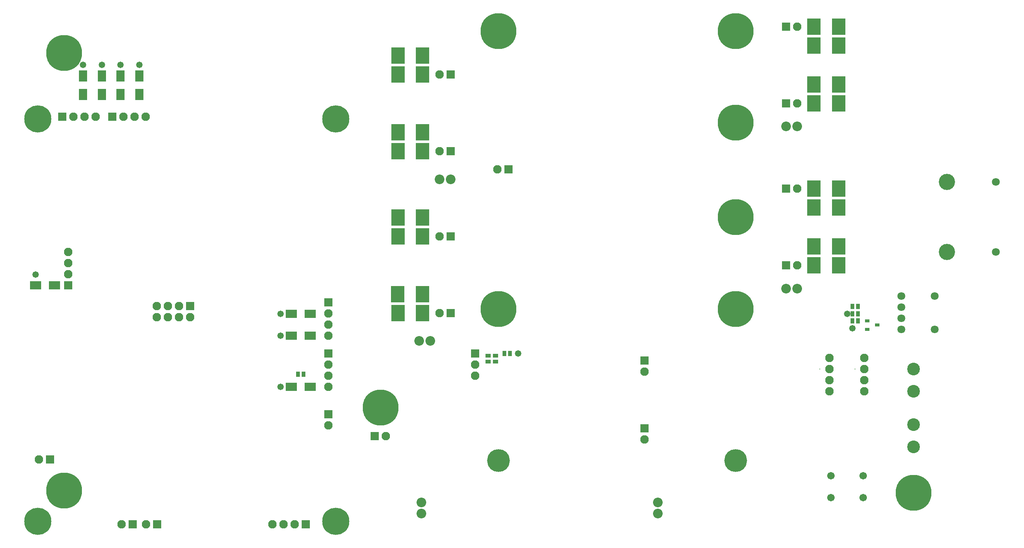
<source format=gts>
G04*
G04 #@! TF.GenerationSoftware,Altium Limited,Altium Designer,22.8.2 (66)*
G04*
G04 Layer_Color=8388736*
%FSLAX44Y44*%
%MOMM*%
G71*
G04*
G04 #@! TF.SameCoordinates,4EFE7699-17C8-4AF9-A536-91C0C68ECE63*
G04*
G04*
G04 #@! TF.FilePolarity,Negative*
G04*
G01*
G75*
%ADD20R,2.6532X1.9532*%
%ADD21R,0.9032X1.1532*%
%ADD22R,1.9532X2.6532*%
%ADD23R,3.1532X3.8032*%
%ADD24R,1.1032X0.8032*%
%ADD25R,1.1532X0.9032*%
%ADD26R,1.9532X1.9532*%
%ADD27C,1.9532*%
%ADD28R,1.9532X1.9532*%
%ADD29C,0.2032*%
%ADD30C,8.2032*%
%ADD31C,1.7032*%
%ADD32C,2.2032*%
%ADD33C,5.2032*%
%ADD34C,3.7032*%
%ADD35C,1.8032*%
%ADD36C,2.9032*%
%ADD37C,6.2032*%
%ADD38C,1.4732*%
D20*
X133350Y649990D02*
D03*
X90350D02*
D03*
X717550Y418690D02*
D03*
X674550D02*
D03*
X674550Y534890D02*
D03*
X717550D02*
D03*
X674550Y585470D02*
D03*
X717550D02*
D03*
D21*
X702460Y447040D02*
D03*
X689460D02*
D03*
X1968650Y585470D02*
D03*
X1955650D02*
D03*
X1173630Y494540D02*
D03*
X1160630D02*
D03*
X1955650Y601980D02*
D03*
X1968650D02*
D03*
X1968650Y568960D02*
D03*
X1955650D02*
D03*
D22*
X284193Y1128940D02*
D03*
Y1085940D02*
D03*
X327230Y1128940D02*
D03*
Y1085940D02*
D03*
X241157Y1128940D02*
D03*
Y1085940D02*
D03*
X198120Y1128940D02*
D03*
Y1085940D02*
D03*
D23*
X1868170Y827800D02*
D03*
X1924670D02*
D03*
X917633Y761980D02*
D03*
X974133D02*
D03*
X1924670Y1109160D02*
D03*
X1868170D02*
D03*
Y739160D02*
D03*
X1924670D02*
D03*
X1868170Y1065980D02*
D03*
X1924670D02*
D03*
X1868170Y695980D02*
D03*
X1924670D02*
D03*
X1868170Y1240980D02*
D03*
X1924670D02*
D03*
X1868170Y1197800D02*
D03*
X1924670D02*
D03*
X1868170Y870980D02*
D03*
X1924670D02*
D03*
X974133Y956980D02*
D03*
X917633D02*
D03*
X973553Y630160D02*
D03*
X917053D02*
D03*
X974133Y1000160D02*
D03*
X917633D02*
D03*
X974133Y586980D02*
D03*
X917633D02*
D03*
X974133Y1175160D02*
D03*
X917633D02*
D03*
X974133Y805160D02*
D03*
X917633D02*
D03*
X974133Y1131980D02*
D03*
X917633D02*
D03*
D24*
X1990090Y568910D02*
D03*
Y549910D02*
D03*
X2013090Y559410D02*
D03*
D25*
X1140460Y476100D02*
D03*
Y489100D02*
D03*
X1123950Y476100D02*
D03*
Y489100D02*
D03*
D26*
X442710Y602840D02*
D03*
X865092Y305780D02*
D03*
X150700Y1035270D02*
D03*
X265000D02*
D03*
X707124Y104238D02*
D03*
X1170642Y915550D02*
D03*
X122670Y252320D02*
D03*
X367870Y104360D02*
D03*
X311990D02*
D03*
X1037931Y586980D02*
D03*
Y761980D02*
D03*
X1037931Y1131980D02*
D03*
Y956980D02*
D03*
X1804372Y1240980D02*
D03*
Y1065980D02*
D03*
Y695980D02*
D03*
Y870980D02*
D03*
D27*
X442710Y577440D02*
D03*
X417310Y602840D02*
D03*
Y577440D02*
D03*
X391910Y602840D02*
D03*
Y577440D02*
D03*
X366510Y602840D02*
D03*
Y577440D02*
D03*
X758940Y469490D02*
D03*
Y444090D02*
D03*
Y418690D02*
D03*
X1903240Y484215D02*
D03*
Y458815D02*
D03*
Y433415D02*
D03*
Y408015D02*
D03*
X890492Y305780D02*
D03*
X1094442Y469140D02*
D03*
Y443740D02*
D03*
X1983340Y458815D02*
D03*
Y433415D02*
D03*
Y484215D02*
D03*
Y408015D02*
D03*
X758940Y330420D02*
D03*
X164580Y726190D02*
D03*
Y700790D02*
D03*
Y675390D02*
D03*
X758940Y534890D02*
D03*
Y560290D02*
D03*
Y585690D02*
D03*
X226900Y1035270D02*
D03*
X201500D02*
D03*
X176100D02*
D03*
X341200D02*
D03*
X315800D02*
D03*
X290400D02*
D03*
X630924Y104238D02*
D03*
X656324D02*
D03*
X681724D02*
D03*
X1480924Y298160D02*
D03*
X1145242Y915550D02*
D03*
X97270Y252320D02*
D03*
X342470Y104360D02*
D03*
X286590D02*
D03*
X1480924Y453100D02*
D03*
X1012531Y586980D02*
D03*
Y761980D02*
D03*
X1012531Y1131980D02*
D03*
Y956980D02*
D03*
X1829772Y1240980D02*
D03*
Y1065980D02*
D03*
Y695980D02*
D03*
Y870980D02*
D03*
D28*
X758940Y494890D02*
D03*
X1094442Y494540D02*
D03*
X758940Y355820D02*
D03*
X164580Y649990D02*
D03*
X758940Y611090D02*
D03*
X1480924Y478500D02*
D03*
Y323560D02*
D03*
D29*
X1881640Y458815D02*
D03*
X1961740D02*
D03*
D30*
X155450Y1181480D02*
D03*
X155450Y181480D02*
D03*
X878542Y370550D02*
D03*
X2096152Y176480D02*
D03*
X1147365Y596480D02*
D03*
X1688960D02*
D03*
X1688960Y1231480D02*
D03*
X1147365D02*
D03*
X1688960Y1021630D02*
D03*
X1688960Y806330D02*
D03*
D31*
X1907195Y215050D02*
D03*
Y165050D02*
D03*
X1980855Y215050D02*
D03*
Y165050D02*
D03*
D32*
X1829772Y1013460D02*
D03*
X1804372D02*
D03*
X991870Y523240D02*
D03*
X966470D02*
D03*
X1511300Y154387D02*
D03*
Y128987D02*
D03*
X971550Y154387D02*
D03*
Y128987D02*
D03*
X1829772Y642620D02*
D03*
X1804372D02*
D03*
X1012531Y892810D02*
D03*
X1037931D02*
D03*
D33*
X1147374Y250000D02*
D03*
X1688968D02*
D03*
D34*
X2171700Y726340D02*
D03*
Y886340D02*
D03*
D35*
X2283460Y726338D02*
D03*
Y886338D02*
D03*
X2067560Y626110D02*
D03*
X2143760D02*
D03*
X2067560Y600710D02*
D03*
Y575310D02*
D03*
Y549910D02*
D03*
X2143760D02*
D03*
D36*
X2096152Y408015D02*
D03*
Y458815D02*
D03*
Y281015D02*
D03*
Y331815D02*
D03*
D37*
X775450Y1030830D02*
D03*
X95450D02*
D03*
X775450Y110830D02*
D03*
X95450D02*
D03*
D38*
X327230Y1153660D02*
D03*
X284193D02*
D03*
X241157D02*
D03*
X198120D02*
D03*
X90350Y674710D02*
D03*
X649830Y585470D02*
D03*
X649830Y534890D02*
D03*
X649830Y418690D02*
D03*
X1955800Y552450D02*
D03*
X1944370Y585470D02*
D03*
X1192020Y494540D02*
D03*
M02*

</source>
